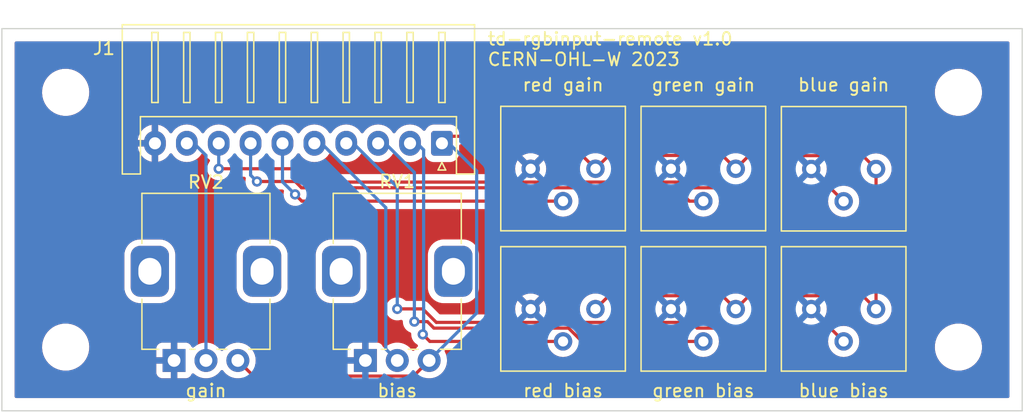
<source format=kicad_pcb>
(kicad_pcb (version 20221018) (generator pcbnew)
  (layers (0 "F.Cu" signal) (31 "B.Cu" signal) (34 "B.Paste" user) (35 "F.Paste" user) (36 "B.SilkS" user "B.Silkscreen") (37 "F.SilkS" user "F.Silkscreen") (38 "B.Mask" user) (39 "F.Mask" user) (44 "Edge.Cuts" user))
  (net 0 "")
  (net 1 "+3.3VA")
  (net 2 "/rbias")
  (net 3 "/gbias")
  (net 4 "/bbias")
  (net 5 "/globalbias")
  (net 6 "/rgain")
  (net 7 "/ggain")
  (net 8 "/bgain")
  (net 9 "GND")
  (net 10 "/globalgain")
  (footprint "Potentiometer_THT:Potentiometer_Bourns_3386P_Vertical" (layer "F.Cu") (at 170.46 73 -90)
    (fp_text reference "RV7" hide)
    (fp_text value "R_Potentiometer_Trim")
    (fp_line (start -4.9 -7.425) (end -4.9 2.345) (stroke (width 0.12)) (layer "F.SilkS"))
    (fp_line (start -4.9 -7.425) (end 4.87 -7.425) (stroke (width 0.12)) (layer "F.SilkS"))
    (fp_line (start -4.9 2.345) (end 4.87 2.345) (stroke (width 0.12)) (layer "F.SilkS"))
    (fp_line (start 4.87 -7.425) (end 4.87 2.345) (stroke (width 0.12)) (layer "F.SilkS"))
    (pad "1" thru_hole circle (at 0 0 270) (size 1.44 1.44) (drill 0.8) (layers "*.Cu" "*.Mask") (net 9 "GND"))
    (pad "2" thru_hole circle (at 2.54 -2.54 270) (size 1.44 1.44) (drill 0.8) (layers "*.Cu" "*.Mask") (net 7 "/ggain"))
    (pad "3" thru_hole circle (at 0 -5.08 270) (size 1.44 1.44) (drill 0.8) (layers "*.Cu" "*.Mask") (net 1 "+3.3VA"))
  )
  (footprint "Potentiometer_THT:Potentiometer_Bourns_3386P_Vertical" (layer "F.Cu") (at 181.46 84.015 -90)
    (fp_text reference "RV5" hide)
    (fp_text value "R_Potentiometer_Trim")
    (fp_line (start -4.9 -7.425) (end -4.9 2.345) (stroke (width 0.12)) (layer "F.SilkS"))
    (fp_line (start -4.9 -7.425) (end 4.87 -7.425) (stroke (width 0.12)) (layer "F.SilkS"))
    (fp_line (start -4.9 2.345) (end 4.87 2.345) (stroke (width 0.12)) (layer "F.SilkS"))
    (fp_line (start 4.87 -7.425) (end 4.87 2.345) (stroke (width 0.12)) (layer "F.SilkS"))
    (pad "1" thru_hole circle (at 0 0 270) (size 1.44 1.44) (drill 0.8) (layers "*.Cu" "*.Mask") (net 9 "GND"))
    (pad "2" thru_hole circle (at 2.54 -2.54 270) (size 1.44 1.44) (drill 0.8) (layers "*.Cu" "*.Mask") (net 4 "/bbias"))
    (pad "3" thru_hole circle (at 0 -5.08 270) (size 1.44 1.44) (drill 0.8) (layers "*.Cu" "*.Mask") (net 1 "+3.3VA"))
  )
  (footprint "Potentiometer_THT:Potentiometer_Bourns_3386P_Vertical" (layer "F.Cu") (at 159.46 84.015 -90)
    (fp_text reference "RV3" hide)
    (fp_text value "R_Potentiometer_Trim")
    (fp_line (start -4.9 -7.425) (end -4.9 2.345) (stroke (width 0.12)) (layer "F.SilkS"))
    (fp_line (start -4.9 -7.425) (end 4.87 -7.425) (stroke (width 0.12)) (layer "F.SilkS"))
    (fp_line (start -4.9 2.345) (end 4.87 2.345) (stroke (width 0.12)) (layer "F.SilkS"))
    (fp_line (start 4.87 -7.425) (end 4.87 2.345) (stroke (width 0.12)) (layer "F.SilkS"))
    (pad "1" thru_hole circle (at 0 0 270) (size 1.44 1.44) (drill 0.8) (layers "*.Cu" "*.Mask") (net 9 "GND"))
    (pad "2" thru_hole circle (at 2.54 -2.54 270) (size 1.44 1.44) (drill 0.8) (layers "*.Cu" "*.Mask") (net 2 "/rbias"))
    (pad "3" thru_hole circle (at 0 -5.08 270) (size 1.44 1.44) (drill 0.8) (layers "*.Cu" "*.Mask") (net 1 "+3.3VA"))
  )
  (footprint "MountingHole:MountingHole_3.2mm_M3" (layer "F.Cu") (at 193 67)
    (fp_text reference "H2" hide)
    (fp_text value "MountingHole")
    (pad "" np_thru_hole circle (at 0 0) (size 3.2 3.2) (drill 3.2) (layers "*.Cu" "*.Mask"))
  )
  (footprint "Potentiometer_THT:Potentiometer_Bourns_3386P_Vertical" (layer "F.Cu") (at 181.46 73.015 -90)
    (fp_text reference "RV8" hide)
    (fp_text value "R_Potentiometer_Trim")
    (fp_line (start -4.9 -7.425) (end -4.9 2.345) (stroke (width 0.12)) (layer "F.SilkS"))
    (fp_line (start -4.9 -7.425) (end 4.87 -7.425) (stroke (width 0.12)) (layer "F.SilkS"))
    (fp_line (start -4.9 2.345) (end 4.87 2.345) (stroke (width 0.12)) (layer "F.SilkS"))
    (fp_line (start 4.87 -7.425) (end 4.87 2.345) (stroke (width 0.12)) (layer "F.SilkS"))
    (pad "1" thru_hole circle (at 0 0 270) (size 1.44 1.44) (drill 0.8) (layers "*.Cu" "*.Mask") (net 9 "GND"))
    (pad "2" thru_hole circle (at 2.54 -2.54 270) (size 1.44 1.44) (drill 0.8) (layers "*.Cu" "*.Mask") (net 8 "/bgain"))
    (pad "3" thru_hole circle (at 0 -5.08 270) (size 1.44 1.44) (drill 0.8) (layers "*.Cu" "*.Mask") (net 1 "+3.3VA"))
  )
  (footprint "Connector_JST:JST_XH_S10B-XH-A_1x10_P2.50mm_Horizontal" (layer "F.Cu") (at 152.5 71 180)
    (fp_text reference "J1" (at 26.5 7.45) (layer "F.SilkS"))
    (fp_text value "Conn_01x10_Pin")
    (fp_line (start -2.56 -2.41) (end -1.14 -2.41) (stroke (width 0.12)) (layer "F.SilkS"))
    (fp_line (start -2.56 9.31) (end -2.56 -2.41) (stroke (width 0.12)) (layer "F.SilkS"))
    (fp_line (start -1.14 -2.41) (end -1.14 2.09) (stroke (width 0.12)) (layer "F.SilkS"))
    (fp_line (start -1.14 2.09) (end 11.25 2.09) (stroke (width 0.12)) (layer "F.SilkS"))
    (fp_line (start -0.3 -2.1) (end 0.3 -2.1) (stroke (width 0.12)) (layer "F.SilkS"))
    (fp_line (start -0.25 3.2) (end -0.25 8.7) (stroke (width 0.12)) (layer "F.SilkS"))
    (fp_line (start -0.25 8.7) (end 0.25 8.7) (stroke (width 0.12)) (layer "F.SilkS"))
    (fp_line (start 0 -1.5) (end -0.3 -2.1) (stroke (width 0.12)) (layer "F.SilkS"))
    (fp_line (start 0.25 3.2) (end -0.25 3.2) (stroke (width 0.12)) (layer "F.SilkS"))
    (fp_line (start 0.25 8.7) (end 0.25 3.2) (stroke (width 0.12)) (layer "F.SilkS"))
    (fp_line (start 0.3 -2.1) (end 0 -1.5) (stroke (width 0.12)) (layer "F.SilkS"))
    (fp_line (start 2.25 3.2) (end 2.25 8.7) (stroke (width 0.12)) (layer "F.SilkS"))
    (fp_line (start 2.25 8.7) (end 2.75 8.7) (stroke (width 0.12)) (layer "F.SilkS"))
    (fp_line (start 2.75 3.2) (end 2.25 3.2) (stroke (width 0.12)) (layer "F.SilkS"))
    (fp_line (start 2.75 8.7) (end 2.75 3.2) (stroke (width 0.12)) (layer "F.SilkS"))
    (fp_line (start 4.75 3.2) (end 4.75 8.7) (stroke (width 0.12)) (layer "F.SilkS"))
    (fp_line (start 4.75 8.7) (end 5.25 8.7) (stroke (width 0.12)) (layer "F.SilkS"))
    (fp_line (start 5.25 3.2) (end 4.75 3.2) (stroke (width 0.12)) (layer "F.SilkS"))
    (fp_line (start 5.25 8.7) (end 5.25 3.2) (stroke (width 0.12)) (layer "F.SilkS"))
    (fp_line (start 7.25 3.2) (end 7.25 8.7) (stroke (width 0.12)) (layer "F.SilkS"))
    (fp_line (start 7.25 8.7) (end 7.75 8.7) (stroke (width 0.12)) (layer "F.SilkS"))
    (fp_line (start 7.75 3.2) (end 7.25 3.2) (stroke (width 0.12)) (layer "F.SilkS"))
    (fp_line (start 7.75 8.7) (end 7.75 3.2) (stroke (width 0.12)) (layer "F.SilkS"))
    (fp_line (start 9.75 3.2) (end 9.75 8.7) (stroke (width 0.12)) (layer "F.SilkS"))
    (fp_line (start 9.75 8.7) (end 10.25 8.7) (stroke (width 0.12)) (layer "F.SilkS"))
    (fp_line (start 10.25 3.2) (end 9.75 3.2) (stroke (width 0.12)) (layer "F.SilkS"))
    (fp_line (start 10.25 8.7) (end 10.25 3.2) (stroke (width 0.12)) (layer "F.SilkS"))
    (fp_line (start 11.25 9.31) (end -2.56 9.31) (stroke (width 0.12)) (layer "F.SilkS"))
    (fp_line (start 11.25 9.31) (end 25.06 9.31) (stroke (width 0.12)) (layer "F.SilkS"))
    (fp_line (start 12.25 3.2) (end 12.25 8.7) (stroke (width 0.12)) (layer "F.SilkS"))
    (fp_line (start 12.25 8.7) (end 12.75 8.7) (stroke (width 0.12)) (layer "F.SilkS"))
    (fp_line (start 12.75 3.2) (end 12.25 3.2) (stroke (width 0.12)) (layer "F.SilkS"))
    (fp_line (start 12.75 8.7) (end 12.75 3.2) (stroke (width 0.12)) (layer "F.SilkS"))
    (fp_line (start 14.75 3.2) (end 14.75 8.7) (stroke (width 0.12)) (layer "F.SilkS"))
    (fp_line (start 14.75 8.7) (end 15.25 8.7) (stroke (width 0.12)) (layer "F.SilkS"))
    (fp_line (start 15.25 3.2) (end 14.75 3.2) (stroke (width 0.12)) (layer "F.SilkS"))
    (fp_line (start 15.25 8.7) (end 15.25 3.2) (stroke (width 0.12)) (layer "F.SilkS"))
    (fp_line (start 17.25 3.2) (end 17.25 8.7) (stroke (width 0.12)) (layer "F.SilkS"))
    (fp_line (start 17.25 8.7) (end 17.75 8.7) (stroke (width 0.12)) (layer "F.SilkS"))
    (fp_line (start 17.75 3.2) (end 17.25 3.2) (stroke (width 0.12)) (layer "F.SilkS"))
    (fp_line (start 17.75 8.7) (end 17.75 3.2) (stroke (width 0.12)) (layer "F.SilkS"))
    (fp_line (start 19.75 3.2) (end 19.75 8.7) (stroke (width 0.12)) (layer "F.SilkS"))
    (fp_line (start 19.75 8.7) (end 20.25 8.7) (stroke (width 0.12)) (layer "F.SilkS"))
    (fp_line (start 20.25 3.2) (end 19.75 3.2) (stroke (width 0.12)) (layer "F.SilkS"))
    (fp_line (start 20.25 8.7) (end 20.25 3.2) (stroke (width 0.12)) (layer "F.SilkS"))
    (fp_line (start 22.25 3.2) (end 22.25 8.7) (stroke (width 0.12)) (layer "F.SilkS"))
    (fp_line (start 22.25 8.7) (end 22.75 8.7) (stroke (width 0.12)) (layer "F.SilkS"))
    (fp_line (start 22.75 3.2) (end 22.25 3.2) (stroke (width 0.12)) (layer "F.SilkS"))
    (fp_line (start 22.75 8.7) (end 22.75 3.2) (stroke (width 0.12)) (layer "F.SilkS"))
    (fp_line (start 23.64 -2.41) (end 23.64 2.09) (stroke (width 0.12)) (layer "F.SilkS"))
    (fp_line (start 23.64 2.09) (end 11.25 2.09) (stroke (width 0.12)) (layer "F.SilkS"))
    (fp_line (start 25.06 -2.41) (end 23.64 -2.41) (stroke (width 0.12)) (layer "F.SilkS"))
    (fp_line (start 25.06 9.31) (end 25.06 -2.41) (stroke (width 0.12)) (layer "F.SilkS"))
    (pad "1" thru_hole roundrect (at 0 0 180) (size 1.7 1.95) (drill 0.95) (layers "*.Cu" "*.Mask") (roundrect_rratio 0.1470588235) (net 1 "+3.3VA"))
    (pad "2" thru_hole oval (at 2.5 0 180) (size 1.7 1.95) (drill 0.95) (layers "*.Cu" "*.Mask") (net 2 "/rbias"))
    (pad "3" thru_hole oval (at 5 0 180) (size 1.7 1.95) (drill 0.95) (layers "*.Cu" "*.Mask") (net 3 "/gbias"))
    (pad "4" thru_hole oval (at 7.5 0 180) (size 1.7 1.95) (drill 0.95) (layers "*.Cu" "*.Mask") (net 4 "/bbias"))
    (pad "5" thru_hole oval (at 10 0 180) (size 1.7 1.95) (drill 0.95) (layers "*.Cu" "*.Mask") (net 5 "/globalbias"))
    (pad "6" thru_hole oval (at 12.5 0 180) (size 1.7 1.95) (drill 0.95) (layers "*.Cu" "*.Mask") (net 6 "/rgain"))
    (pad "7" thru_hole oval (at 15 0 180) (size 1.7 1.95) (drill 0.95) (layers "*.Cu" "*.Mask") (net 7 "/ggain"))
    (pad "8" thru_hole oval (at 17.5 0 180) (size 1.7 1.95) (drill 0.95) (layers "*.Cu" "*.Mask") (net 8 "/bgain"))
    (pad "9" thru_hole oval (at 20 0 180) (size 1.7 1.95) (drill 0.95) (layers "*.Cu" "*.Mask") (net 10 "/globalgain"))
    (pad "10" thru_hole oval (at 22.5 0 180) (size 1.7 1.95) (drill 0.95) (layers "*.Cu" "*.Mask") (net 9 "GND"))
  )
  (footprint "Potentiometer_THT:Potentiometer_Bourns_3386P_Vertical" (layer "F.Cu") (at 170.46 84.015 -90)
    (fp_text reference "RV4" hide)
    (fp_text value "R_Potentiometer_Trim")
    (fp_line (start -4.9 -7.425) (end -4.9 2.345) (stroke (width 0.12)) (layer "F.SilkS"))
    (fp_line (start -4.9 -7.425) (end 4.87 -7.425) (stroke (width 0.12)) (layer "F.SilkS"))
    (fp_line (start -4.9 2.345) (end 4.87 2.345) (stroke (width 0.12)) (layer "F.SilkS"))
    (fp_line (start 4.87 -7.425) (end 4.87 2.345) (stroke (width 0.12)) (layer "F.SilkS"))
    (pad "1" thru_hole circle (at 0 0 270) (size 1.44 1.44) (drill 0.8) (layers "*.Cu" "*.Mask") (net 9 "GND"))
    (pad "2" thru_hole circle (at 2.54 -2.54 270) (size 1.44 1.44) (drill 0.8) (layers "*.Cu" "*.Mask") (net 3 "/gbias"))
    (pad "3" thru_hole circle (at 0 -5.08 270) (size 1.44 1.44) (drill 0.8) (layers "*.Cu" "*.Mask") (net 1 "+3.3VA"))
  )
  (footprint "Potentiometer_THT:Potentiometer_Alps_RK09K_Single_Vertical" (layer "F.Cu") (at 146.5 88.05 90)
    (fp_text reference "RV1" (at 14.05 2.5) (layer "F.SilkS"))
    (fp_text value "R_Potentiometer")
    (fp_line (start 0.88 -2.521) (end 0.88 -1.2) (stroke (width 0.12)) (layer "F.SilkS"))
    (fp_line (start 0.88 -2.521) (end 4.817 -2.521) (stroke (width 0.12)) (layer "F.SilkS"))
    (fp_line (start 0.88 1.25) (end 0.88 1.63) (stroke (width 0.12)) (layer "F.SilkS"))
    (fp_line (start 0.88 3.371) (end 0.88 4.13) (stroke (width 0.12)) (layer "F.SilkS"))
    (fp_line (start 0.88 5.87) (end 0.88 7.52) (stroke (width 0.12)) (layer "F.SilkS"))
    (fp_line (start 0.88 7.52) (end 4.817 7.52) (stroke (width 0.12)) (layer "F.SilkS"))
    (fp_line (start 9.184 -2.521) (end 13.12 -2.521) (stroke (width 0.12)) (layer "F.SilkS"))
    (fp_line (start 9.184 7.52) (end 13.12 7.52) (stroke (width 0.12)) (layer "F.SilkS"))
    (fp_line (start 13.12 -2.521) (end 13.12 7.52) (stroke (width 0.12)) (layer "F.SilkS"))
    (pad "1" thru_hole rect (at 0 0 90) (size 1.8 1.8) (drill 1) (layers "*.Cu" "*.Mask") (net 9 "GND"))
    (pad "2" thru_hole circle (at 0 2.5 90) (size 1.8 1.8) (drill 1) (layers "*.Cu" "*.Mask") (net 5 "/globalbias"))
    (pad "3" thru_hole circle (at 0 5 90) (size 1.8 1.8) (drill 1) (layers "*.Cu" "*.Mask") (net 1 "+3.3VA"))
    (pad "MP" thru_hole roundrect (at 7 -1.9 90) (size 4 3) (drill oval 2.1 1.8) (layers "*.Cu" "*.Mask"))
    (pad "MP" thru_hole roundrect (at 7 6.9 90) (size 4 3) (drill oval 2.1 1.8) (layers "*.Cu" "*.Mask"))
  )
  (footprint "Potentiometer_THT:Potentiometer_Alps_RK09K_Single_Vertical" (layer "F.Cu") (at 131.5 88.05 90)
    (fp_text reference "RV2" (at 14 2.5 180) (layer "F.SilkS"))
    (fp_text value "R_Potentiometer")
    (fp_line (start 0.88 -2.521) (end 0.88 -1.2) (stroke (width 0.12)) (layer "F.SilkS"))
    (fp_line (start 0.88 -2.521) (end 4.817 -2.521) (stroke (width 0.12)) (layer "F.SilkS"))
    (fp_line (start 0.88 1.25) (end 0.88 1.63) (stroke (width 0.12)) (layer "F.SilkS"))
    (fp_line (start 0.88 3.371) (end 0.88 4.13) (stroke (width 0.12)) (layer "F.SilkS"))
    (fp_line (start 0.88 5.87) (end 0.88 7.52) (stroke (width 0.12)) (layer "F.SilkS"))
    (fp_line (start 0.88 7.52) (end 4.817 7.52) (stroke (width 0.12)) (layer "F.SilkS"))
    (fp_line (start 9.184 -2.521) (end 13.12 -2.521) (stroke (width 0.12)) (layer "F.SilkS"))
    (fp_line (start 9.184 7.52) (end 13.12 7.52) (stroke (width 0.12)) (layer "F.SilkS"))
    (fp_line (start 13.12 -2.521) (end 13.12 7.52) (stroke (width 0.12)) (layer "F.SilkS"))
    (pad "1" thru_hole rect (at 0 0 90) (size 1.8 1.8) (drill 1) (layers "*.Cu" "*.Mask") (net 9 "GND"))
    (pad "2" thru_hole circle (at 0 2.5 90) (size 1.8 1.8) (drill 1) (layers "*.Cu" "*.Mask") (net 10 "/globalgain"))
    (pad "3" thru_hole circle (at 0 5 90) (size 1.8 1.8) (drill 1) (layers "*.Cu" "*.Mask") (net 1 "+3.3VA"))
    (pad "MP" thru_hole roundrect (at 7 -1.9 90) (size 4 3) (drill oval 2.1 1.8) (layers "*.Cu" "*.Mask"))
    (pad "MP" thru_hole roundrect (at 7 6.9 90) (size 4 3) (drill oval 2.1 1.8) (layers "*.Cu" "*.Mask"))
  )
  (footprint "MountingHole:MountingHole_3.2mm_M3" (layer "F.Cu") (at 193 87)
    (fp_text reference "H4" hide)
    (fp_text value "MountingHole")
    (pad "" np_thru_hole circle (at 0 0) (size 3.2 3.2) (drill 3.2) (layers "*.Cu" "*.Mask"))
  )
  (footprint "Potentiometer_THT:Potentiometer_Bourns_3386P_Vertical" (layer "F.Cu") (at 159.46 73 -90)
    (fp_text reference "RV6" hide)
    (fp_text value "R_Potentiometer_Trim")
    (fp_line (start -4.9 -7.425) (end -4.9 2.345) (stroke (width 0.12)) (layer "F.SilkS"))
    (fp_line (start -4.9 -7.425) (end 4.87 -7.425) (stroke (width 0.12)) (layer "F.SilkS"))
    (fp_line (start -4.9 2.345) (end 4.87 2.345) (stroke (width 0.12)) (layer "F.SilkS"))
    (fp_line (start 4.87 -7.425) (end 4.87 2.345) (stroke (width 0.12)) (layer "F.SilkS"))
    (pad "1" thru_hole circle (at 0 0 270) (size 1.44 1.44) (drill 0.8) (layers "*.Cu" "*.Mask") (net 9 "GND"))
    (pad "2" thru_hole circle (at 2.54 -2.54 270) (size 1.44 1.44) (drill 0.8) (layers "*.Cu" "*.Mask") (net 6 "/rgain"))
    (pad "3" thru_hole circle (at 0 -5.08 270) (size 1.44 1.44) (drill 0.8) (layers "*.Cu" "*.Mask") (net 1 "+3.3VA"))
  )
  (footprint "MountingHole:MountingHole_3.2mm_M3" (layer "F.Cu") (at 123 87)
    (fp_text reference "H3" hide)
    (fp_text value "MountingHole")
    (pad "" np_thru_hole circle (at 0 0) (size 3.2 3.2) (drill 3.2) (layers "*.Cu" "*.Mask"))
  )
  (footprint "MountingHole:MountingHole_3.2mm_M3" (layer "F.Cu") (at 123 67)
    (fp_text reference "H1" hide)
    (fp_text value "MountingHole")
    (pad "" np_thru_hole circle (at 0 0) (size 3.2 3.2) (drill 3.2) (layers "*.Cu" "*.Mask"))
  )
  (gr_line (start 118 92) (end 198 92) (stroke (width 0.1)) (layer "Edge.Cuts"))
  (gr_line (start 118 62) (end 118 92) (stroke (width 0.1)) (layer "Edge.Cuts"))
  (gr_line (start 198 92) (end 198 62) (stroke (width 0.1)) (layer "Edge.Cuts"))
  (gr_line (start 198 62) (end 118 62) (stroke (width 0.1)) (layer "Edge.Cuts"))
  (gr_text "td-rgbinput-remote v1.0\nCERN-OHL-W 2023" (at 156 65) (layer "F.SilkS") (effects (font (size 1 1)) (justify left bottom)))
  (gr_text "blue gain" (at 184 67) (layer "F.SilkS") (effects (font (size 1 1)) (justify bottom)))
  (gr_text "bias" (at 149 91) (layer "F.SilkS") (effects (font (size 1 1)) (justify bottom)))
  (gr_text "blue bias" (at 184 91) (layer "F.SilkS") (effects (font (size 1 1)) (justify bottom)))
  (gr_text "red bias" (at 162 91) (layer "F.SilkS") (effects (font (size 1 1)) (justify bottom)))
  (gr_text "green gain" (at 173 67) (layer "F.SilkS") (effects (font (size 1 1)) (justify bottom)))
  (gr_text "red gain" (at 162 67) (layer "F.SilkS") (effects (font (size 1 1)) (justify bottom)))
  (gr_text "gain" (at 134 91) (layer "F.SilkS") (effects (font (size 1 1)) (justify bottom)))
  (gr_text "green bias" (at 173 91) (layer "F.SilkS") (effects (font (size 1 1)) (justify bottom)))
  (segment (start 151.5 88.05) (end 150.275 89.275) (width 0.25) (layer "F.Cu") (net 1))
  (segment (start 174.495 71.955) (end 175.54 73) (width 0.25) (layer "F.Cu") (net 1))
  (segment (start 164.54 73) (end 165.585 71.955) (width 0.25) (layer "F.Cu") (net 1))
  (segment (start 161.99 70.45) (end 164.54 73) (width 0.25) (layer "F.Cu") (net 1))
  (segment (start 176.585 82.97) (end 175.54 84.015) (width 0.25) (layer "F.Cu") (net 1))
  (segment (start 150.275 89.275) (end 137.725 89.275) (width 0.25) (layer "F.Cu") (net 1))
  (segment (start 175.54 84.015) (end 174.495 82.97) (width 0.25) (layer "F.Cu") (net 1))
  (segment (start 137.725 89.275) (end 136.5 88.05) (width 0.25) (layer "F.Cu") (net 1))
  (segment (start 174.495 82.97) (end 165.585 82.97) (width 0.25) (layer "F.Cu") (net 1))
  (segment (start 175.54 73) (end 176.57 71.97) (width 0.25) (layer "F.Cu") (net 1))
  (segment (start 186.54 73.015) (end 186.54 84.015) (width 0.25) (layer "F.Cu") (net 1))
  (segment (start 165.585 71.955) (end 174.495 71.955) (width 0.25) (layer "F.Cu") (net 1))
  (segment (start 185.495 71.97) (end 186.54 73.015) (width 0.25) (layer "F.Cu") (net 1))
  (segment (start 186.54 84.015) (end 185.495 82.97) (width 0.25) (layer "F.Cu") (net 1))
  (segment (start 176.57 71.97) (end 185.495 71.97) (width 0.25) (layer "F.Cu") (net 1))
  (segment (start 165.585 82.97) (end 164.54 84.015) (width 0.25) (layer "F.Cu") (net 1))
  (segment (start 185.495 82.97) (end 176.585 82.97) (width 0.25) (layer "F.Cu") (net 1))
  (segment (start 152.5 70.45) (end 161.99 70.45) (width 0.25) (layer "F.Cu") (net 1))
  (segment (start 155.225 73.175) (end 155.225 84.325) (width 0.25) (layer "B.Cu") (net 1))
  (segment (start 152.5 70.45) (end 155.225 73.175) (width 0.25) (layer "B.Cu") (net 1))
  (segment (start 155.225 84.325) (end 151.5 88.05) (width 0.25) (layer "B.Cu") (net 1))
  (segment (start 162 86.555) (end 151.555 86.555) (width 0.25) (layer "F.Cu") (net 2))
  (segment (start 151.555 86.555) (end 151 86) (width 0.25) (layer "F.Cu") (net 2))
  (via (at 151 86) (size 0.8) (drill 0.4) (layers "F.Cu" "B.Cu") (net 2))
  (segment (start 151.066436 85.933564) (end 151.066436 71.516436) (width 0.25) (layer "B.Cu") (net 2))
  (segment (start 151.066436 71.516436) (end 150 70.45) (width 0.25) (layer "B.Cu") (net 2))
  (segment (start 151 86) (end 151.066436 85.933564) (width 0.25) (layer "B.Cu") (net 2))
  (segment (start 162.432854 85.51) (end 151.873604 85.51) (width 0.25) (layer "F.Cu") (net 3))
  (segment (start 163.477854 86.555) (end 162.432854 85.51) (width 0.25) (layer "F.Cu") (net 3))
  (segment (start 151.363721 85.000117) (end 150.341437 85.000117) (width 0.25) (layer "F.Cu") (net 3))
  (segment (start 151.873604 85.51) (end 151.363721 85.000117) (width 0.25) (layer "F.Cu") (net 3))
  (segment (start 173 86.555) (end 163.477854 86.555) (width 0.25) (layer "F.Cu") (net 3))
  (via (at 150.341437 85.000117) (size 0.8) (drill 0.4) (layers "F.Cu" "B.Cu") (net 3))
  (segment (start 150.341437 73.291437) (end 147.5 70.45) (width 0.25) (layer "B.Cu") (net 3))
  (segment (start 150.341437 85.000117) (end 150.341437 73.291437) (width 0.25) (layer "B.Cu") (net 3))
  (segment (start 182.955 85.51) (end 172.51 85.51) (width 0.25) (layer "F.Cu") (net 4))
  (segment (start 184 86.555) (end 182.955 85.51) (width 0.25) (layer "F.Cu") (net 4))
  (segment (start 152.06 85.06) (end 151 84) (width 0.25) (layer "F.Cu") (net 4))
  (segment (start 151 84) (end 149 84) (width 0.25) (layer "F.Cu") (net 4))
  (segment (start 172.51 85.51) (end 172.06 85.06) (width 0.25) (layer "F.Cu") (net 4))
  (segment (start 172.06 85.06) (end 152.06 85.06) (width 0.25) (layer "F.Cu") (net 4))
  (via (at 149 84) (size 0.8) (drill 0.4) (layers "F.Cu" "B.Cu") (net 4))
  (segment (start 149 74.45) (end 145 70.45) (width 0.25) (layer "B.Cu") (net 4))
  (segment (start 149 84) (end 149 74.45) (width 0.25) (layer "B.Cu") (net 4))
  (segment (start 148.1 87.15) (end 148.1 76.05) (width 0.25) (layer "B.Cu") (net 5))
  (segment (start 149 88.05) (end 148.1 87.15) (width 0.25) (layer "B.Cu") (net 5))
  (segment (start 148.1 76.05) (end 142.5 70.45) (width 0.25) (layer "B.Cu") (net 5))
  (segment (start 141.514795 75.54) (end 140.987523 75.012728) (width 0.25) (layer "F.Cu") (net 6))
  (segment (start 162 75.54) (end 141.514795 75.54) (width 0.25) (layer "F.Cu") (net 6))
  (via (at 140.987523 75.012728) (size 0.8) (drill 0.4) (layers "F.Cu" "B.Cu") (net 6))
  (segment (start 140 74.025205) (end 140.987523 75.012728) (width 0.25) (layer "B.Cu") (net 6))
  (segment (start 140 70.45) (end 140 74.025205) (width 0.25) (layer "B.Cu") (net 6))
  (segment (start 173 75.54) (end 171.903604 75.54) (width 0.25) (layer "F.Cu") (net 7))
  (segment (start 170.858604 74.495) (end 141.495051 74.495) (width 0.25) (layer "F.Cu") (net 7))
  (segment (start 141.495051 74.495) (end 141.000051 74) (width 0.25) (layer "F.Cu") (net 7))
  (segment (start 171.903604 75.54) (end 170.858604 74.495) (width 0.25) (layer "F.Cu") (net 7))
  (segment (start 141.000051 74) (end 138 74) (width 0.25) (layer "F.Cu") (net 7))
  (via (at 138 74) (size 0.8) (drill 0.4) (layers "F.Cu" "B.Cu") (net 7))
  (segment (start 137.5 73.5) (end 137.5 70.45) (width 0.25) (layer "B.Cu") (net 7))
  (segment (start 138 74) (end 137.5 73.5) (width 0.25) (layer "B.Cu") (net 7))
  (segment (start 171.495 74.495) (end 171.045 74.045) (width 0.25) (layer "F.Cu") (net 8))
  (segment (start 141 73) (end 135 73) (width 0.25) (layer "F.Cu") (net 8))
  (segment (start 142.045 74.045) (end 141 73) (width 0.25) (layer "F.Cu") (net 8))
  (segment (start 182.94 74.495) (end 171.495 74.495) (width 0.25) (layer "F.Cu") (net 8))
  (segment (start 171.045 74.045) (end 142.045 74.045) (width 0.25) (layer "F.Cu") (net 8))
  (segment (start 184 75.555) (end 182.94 74.495) (width 0.25) (layer "F.Cu") (net 8))
  (via (at 135 73) (size 0.8) (drill 0.4) (layers "F.Cu" "B.Cu") (net 8))
  (segment (start 135 73) (end 135 70.45) (width 0.25) (layer "B.Cu") (net 8))
  (segment (start 134 71.95) (end 132.5 70.45) (width 0.25) (layer "B.Cu") (net 10))
  (segment (start 134 88.05) (end 134 71.95) (width 0.25) (layer "B.Cu") (net 10))
  (zone (net 9) (net_name "GND") (layers "F&B.Cu") (connect_pads (clearance 0.5)) (min_thickness 0.25) (fill yes (thermal_gap 0.5) (thermal_bridge_width 0.5))
    (polygon (pts (xy 197 63) (xy 197 91) (xy 119 91) (xy 119 63)))
  )
)
</source>
